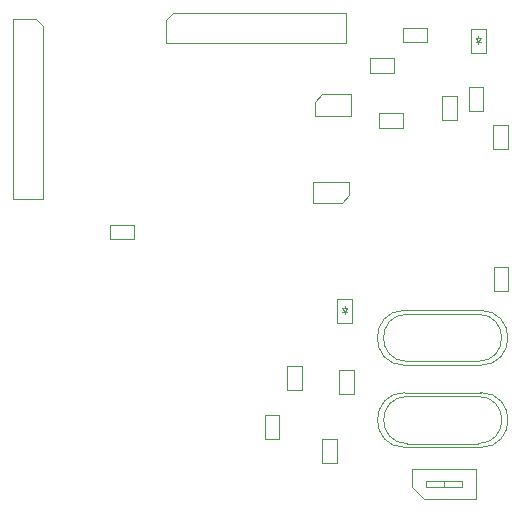
<source format=gbr>
G04 #@! TF.GenerationSoftware,KiCad,Pcbnew,5.1.7-a382d34a8~88~ubuntu18.04.1*
G04 #@! TF.CreationDate,2021-07-31T18:48:42+05:30*
G04 #@! TF.ProjectId,FrontEnd_HeavyDevice_v1,46726f6e-7445-46e6-945f-486561767944,rev?*
G04 #@! TF.SameCoordinates,Original*
G04 #@! TF.FileFunction,Other,Fab,Bot*
%FSLAX46Y46*%
G04 Gerber Fmt 4.6, Leading zero omitted, Abs format (unit mm)*
G04 Created by KiCad (PCBNEW 5.1.7-a382d34a8~88~ubuntu18.04.1) date 2021-07-31 18:48:42*
%MOMM*%
%LPD*%
G01*
G04 APERTURE LIST*
%ADD10C,0.100000*%
G04 APERTURE END LIST*
D10*
X110905000Y-76620000D02*
X110270000Y-77255000D01*
X125510000Y-76620000D02*
X110905000Y-76620000D01*
X125510000Y-79160000D02*
X125510000Y-76620000D01*
X110270000Y-79160000D02*
X125510000Y-79160000D01*
X110270000Y-77255000D02*
X110270000Y-79160000D01*
X99893100Y-77764600D02*
X99258100Y-77129600D01*
X99893100Y-92369600D02*
X99893100Y-77764600D01*
X97353100Y-92369600D02*
X99893100Y-92369600D01*
X97353100Y-77129600D02*
X97353100Y-92369600D01*
X99258100Y-77129600D02*
X97353100Y-77129600D01*
X129588000Y-80467000D02*
X127588000Y-80467000D01*
X127588000Y-80467000D02*
X127588000Y-81707000D01*
X127588000Y-81707000D02*
X129588000Y-81707000D01*
X129588000Y-81707000D02*
X129588000Y-80467000D01*
X130347000Y-86370400D02*
X130347000Y-85130400D01*
X128347000Y-86370400D02*
X130347000Y-86370400D01*
X128347000Y-85130400D02*
X128347000Y-86370400D01*
X130347000Y-85130400D02*
X128347000Y-85130400D01*
X137993000Y-86114400D02*
X137993000Y-88114400D01*
X137993000Y-88114400D02*
X139233000Y-88114400D01*
X139233000Y-88114400D02*
X139233000Y-86114400D01*
X139233000Y-86114400D02*
X137993000Y-86114400D01*
X123533000Y-114741000D02*
X124773000Y-114741000D01*
X123533000Y-112741000D02*
X123533000Y-114741000D01*
X124773000Y-112741000D02*
X123533000Y-112741000D01*
X124773000Y-114741000D02*
X124773000Y-112741000D01*
X119886000Y-110699000D02*
X118646000Y-110699000D01*
X119886000Y-112699000D02*
X119886000Y-110699000D01*
X118646000Y-112699000D02*
X119886000Y-112699000D01*
X118646000Y-110699000D02*
X118646000Y-112699000D01*
X126231000Y-106904000D02*
X124991000Y-106904000D01*
X126231000Y-108904000D02*
X126231000Y-106904000D01*
X124991000Y-108904000D02*
X126231000Y-108904000D01*
X124991000Y-106904000D02*
X124991000Y-108904000D01*
X120556000Y-106564000D02*
X120556000Y-108564000D01*
X120556000Y-108564000D02*
X121796000Y-108564000D01*
X121796000Y-108564000D02*
X121796000Y-106564000D01*
X121796000Y-106564000D02*
X120556000Y-106564000D01*
X134910000Y-83681100D02*
X133670000Y-83681100D01*
X134910000Y-85681100D02*
X134910000Y-83681100D01*
X133670000Y-85681100D02*
X134910000Y-85681100D01*
X133670000Y-83681100D02*
X133670000Y-85681100D01*
X135918000Y-82943700D02*
X135918000Y-84943700D01*
X135918000Y-84943700D02*
X137158000Y-84943700D01*
X137158000Y-84943700D02*
X137158000Y-82943700D01*
X137158000Y-82943700D02*
X135918000Y-82943700D01*
X125430000Y-101651000D02*
X125430000Y-101451000D01*
X125430000Y-101951000D02*
X125430000Y-102151000D01*
X125630000Y-101951000D02*
X125230000Y-101951000D01*
X125230000Y-101651000D02*
X125630000Y-101651000D01*
X125430000Y-101951000D02*
X125230000Y-101651000D01*
X125630000Y-101651000D02*
X125430000Y-101951000D01*
X124780000Y-102851000D02*
X126080000Y-102851000D01*
X124780000Y-100851000D02*
X124780000Y-102851000D01*
X126080000Y-100851000D02*
X124780000Y-100851000D01*
X126080000Y-102851000D02*
X126080000Y-100851000D01*
X137388000Y-79986400D02*
X137388000Y-77986400D01*
X137388000Y-77986400D02*
X136088000Y-77986400D01*
X136088000Y-77986400D02*
X136088000Y-79986400D01*
X136088000Y-79986400D02*
X137388000Y-79986400D01*
X136938000Y-78786400D02*
X136738000Y-79086400D01*
X136738000Y-79086400D02*
X136538000Y-78786400D01*
X136538000Y-78786400D02*
X136938000Y-78786400D01*
X136938000Y-79086400D02*
X136538000Y-79086400D01*
X136738000Y-79086400D02*
X136738000Y-79286400D01*
X136738000Y-78786400D02*
X136738000Y-78586400D01*
X107556000Y-95788700D02*
X107556000Y-94548700D01*
X105556000Y-95788700D02*
X107556000Y-95788700D01*
X105556000Y-94548700D02*
X105556000Y-95788700D01*
X107556000Y-94548700D02*
X105556000Y-94548700D01*
X138051000Y-98181900D02*
X138051000Y-100181900D01*
X138051000Y-100181900D02*
X139291000Y-100181900D01*
X139291000Y-100181900D02*
X139291000Y-98181900D01*
X139291000Y-98181900D02*
X138051000Y-98181900D01*
X132374000Y-77896500D02*
X130374000Y-77896500D01*
X130374000Y-77896500D02*
X130374000Y-79136500D01*
X130374000Y-79136500D02*
X132374000Y-79136500D01*
X132374000Y-79136500D02*
X132374000Y-77896500D01*
X133835000Y-116785000D02*
X133835000Y-116285000D01*
X135335000Y-116785000D02*
X132335000Y-116785000D01*
X135335000Y-116285000D02*
X135335000Y-116785000D01*
X132335000Y-116285000D02*
X135335000Y-116285000D01*
X132335000Y-116785000D02*
X132335000Y-116285000D01*
X131135000Y-116805000D02*
X132135000Y-117805000D01*
X131135000Y-115265000D02*
X131135000Y-116805000D01*
X136535000Y-115265000D02*
X131135000Y-115265000D01*
X136535000Y-117805000D02*
X136535000Y-115265000D01*
X132135000Y-117805000D02*
X136535000Y-117805000D01*
X122900000Y-85334700D02*
X126000000Y-85334700D01*
X126000000Y-85334700D02*
X126000000Y-83534700D01*
X123550000Y-83534700D02*
X126000000Y-83534700D01*
X122900000Y-85334700D02*
X122900000Y-84184700D01*
X123550000Y-83534700D02*
X122900000Y-84184700D01*
X125185000Y-92718500D02*
X125835000Y-92068500D01*
X125835000Y-90918500D02*
X125835000Y-92068500D01*
X125185000Y-92718500D02*
X122735000Y-92718500D01*
X122735000Y-90918500D02*
X122735000Y-92718500D01*
X125835000Y-90918500D02*
X122735000Y-90918500D01*
X136937000Y-108772000D02*
X130537000Y-108772000D01*
X136937000Y-113422000D02*
X130537000Y-113422000D01*
X136737000Y-109097000D02*
X130737000Y-109097000D01*
X136737000Y-113097000D02*
X130737000Y-113097000D01*
X136937000Y-113422000D02*
G75*
G03*
X136937000Y-108772000I0J2325000D01*
G01*
X130537000Y-113422000D02*
G75*
G02*
X130537000Y-108772000I0J2325000D01*
G01*
X136737000Y-113097000D02*
G75*
G03*
X136737000Y-109097000I0J2000000D01*
G01*
X130737000Y-113097000D02*
G75*
G02*
X130737000Y-109097000I0J2000000D01*
G01*
X136722000Y-106140000D02*
X130722000Y-106140000D01*
X136722000Y-102140000D02*
X130722000Y-102140000D01*
X136922000Y-106465000D02*
X130522000Y-106465000D01*
X136922000Y-101815000D02*
X130522000Y-101815000D01*
X130722000Y-106140000D02*
G75*
G02*
X130722000Y-102140000I0J2000000D01*
G01*
X136722000Y-106140000D02*
G75*
G03*
X136722000Y-102140000I0J2000000D01*
G01*
X130522000Y-106465000D02*
G75*
G02*
X130522000Y-101815000I0J2325000D01*
G01*
X136922000Y-106465000D02*
G75*
G03*
X136922000Y-101815000I0J2325000D01*
G01*
M02*

</source>
